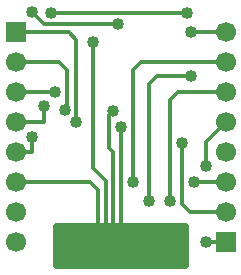
<source format=gbr>
G04 DipTrace 3.1.0.1*
G04 Bottom.gbr*
%MOIN*%
G04 #@! TF.FileFunction,Copper,L2,Bot*
G04 #@! TF.Part,Single*
G04 #@! TA.AperFunction,Conductor*
%ADD14C,0.012992*%
G04 #@! TA.AperFunction,CopperBalancing*
%ADD15C,0.025*%
G04 #@! TA.AperFunction,ComponentPad*
%ADD17R,0.066929X0.066929*%
%ADD18C,0.066929*%
G04 #@! TA.AperFunction,ViaPad*
%ADD20C,0.04*%
%FSLAX26Y26*%
G04*
G70*
G90*
G75*
G01*
G04 Bottom*
%LPD*%
X723871Y531500D2*
D14*
Y718016D1*
X697887Y744000D1*
X450249D1*
X775840Y531500D2*
Y845535D1*
X762336Y859039D1*
Y967028D1*
X775840Y980531D1*
X801824Y531500D2*
Y927539D1*
X749856Y531500D2*
Y748272D1*
X706430Y791697D1*
Y1212717D1*
X790592Y1269984D2*
X543678D1*
X503206Y1310457D1*
Y894000D2*
Y844000D1*
X450249D1*
X1022052Y1309472D2*
X568678D1*
X542694Y996992D2*
Y944000D1*
X450249D1*
X652493Y944146D2*
Y1218016D1*
X626509Y1244000D1*
X450249D1*
X613005Y983634D2*
X621671Y992299D1*
Y1118016D1*
X595686Y1144000D1*
X450249D1*
X582182Y1043906D2*
X450249Y1044000D1*
X1083789Y544000D2*
X1150249D1*
X1004194Y873209D2*
Y669984D1*
X1030178Y644000D1*
X1150249D1*
X1043682Y744000D2*
X1150249D1*
X1083793Y796992D2*
Y877543D1*
X1150249Y944000D1*
X964706Y680173D2*
Y1018016D1*
X990690Y1044000D1*
X1150249D1*
X841312Y745256D2*
Y1118016D1*
X867297Y1144000D1*
X1150249D1*
X1034533Y1096953D2*
X920289D1*
X894304Y1070969D1*
Y680173D1*
X1034533Y1244000D2*
X1150249D1*
D20*
X736348Y569984D3*
X775840Y980531D3*
X801824Y927539D3*
X706430Y1212717D3*
X503206Y1310457D3*
Y894000D3*
X790592Y1269984D3*
X568678Y1309472D3*
X1022052D3*
X542694Y996992D3*
X652493Y944146D3*
X613005Y983634D3*
X582182Y1043906D3*
X1083789Y544000D3*
X1004194Y873209D3*
X1043682Y744000D3*
X1083793Y796992D3*
X964706Y680173D3*
X841312Y745256D3*
X894304Y680173D3*
X1034533Y1096953D3*
Y1244000D3*
X590268Y569131D2*
D15*
X1010244D1*
X590268Y544262D2*
X1010244D1*
X590268Y519394D2*
X1010244D1*
X590268Y494525D2*
X1010244D1*
X590268Y469656D2*
X1010244D1*
X587749Y593976D2*
Y469028D1*
X1012714Y469000D1*
X1012749Y593972D1*
X587785Y594000D1*
D17*
X450249Y1244000D3*
D18*
Y1144000D3*
Y1044000D3*
Y944000D3*
Y844000D3*
Y744000D3*
Y644000D3*
Y544000D3*
D17*
X1150249D3*
D18*
Y644000D3*
Y744000D3*
Y844000D3*
Y944000D3*
Y1044000D3*
Y1144000D3*
Y1244000D3*
M02*

</source>
